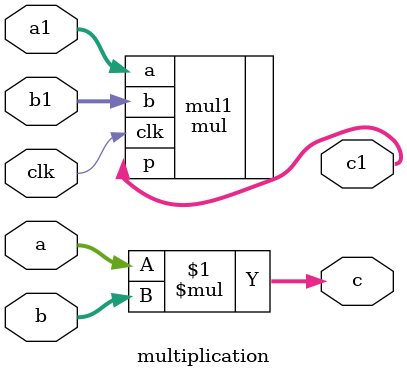
<source format=v>
`timescale 1ns / 1ps
module multiplication(a, b, c, a1, b1, c1, clk);
	input [31:0] a,b,a1, b1;
	input clk;
	output [63:0] c, c1;
	
	assign c = a*b;
	
	mul mul1 (
  .clk(clk), // input clk
  .a(a1), // input [31 : 0] a
  .b(b1), // input [31 : 0] b
  .p(c1) // output [63 : 0] p
);
endmodule

</source>
